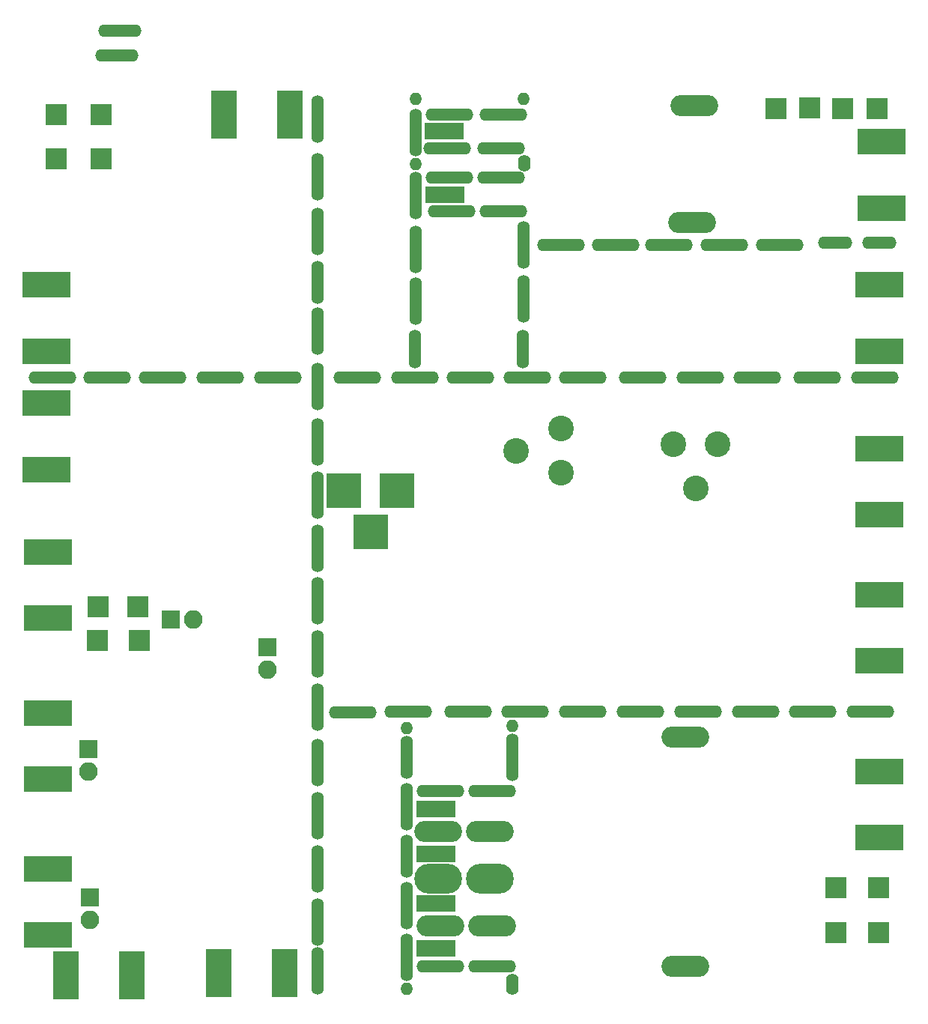
<source format=gbr>
G04 #@! TF.FileFunction,Soldermask,Bot*
%FSLAX46Y46*%
G04 Gerber Fmt 4.6, Leading zero omitted, Abs format (unit mm)*
G04 Created by KiCad (PCBNEW 4.0.7) date 05/11/20 23:09:24*
%MOMM*%
%LPD*%
G01*
G04 APERTURE LIST*
%ADD10C,0.100000*%
%ADD11R,4.400000X1.900000*%
%ADD12R,2.400000X2.400000*%
%ADD13O,5.400000X1.400000*%
%ADD14R,5.480000X2.900000*%
%ADD15R,3.900000X3.900000*%
%ADD16C,2.900000*%
%ADD17O,1.400000X4.900000*%
%ADD18O,1.400000X5.400000*%
%ADD19O,1.400000X1.400000*%
%ADD20O,5.400000X2.400000*%
%ADD21O,5.400000X3.400000*%
%ADD22O,1.400000X4.400000*%
%ADD23O,1.400000X2.400000*%
%ADD24O,1.400000X1.900000*%
%ADD25O,3.900000X1.400000*%
%ADD26R,2.900000X5.480000*%
%ADD27R,2.100000X2.100000*%
%ADD28O,2.100000X2.100000*%
%ADD29O,4.900000X1.400000*%
G04 APERTURE END LIST*
D10*
D11*
X104900000Y-42050000D03*
D12*
X153775000Y-32325000D03*
X142325000Y-32300000D03*
X146175000Y-32275000D03*
X149825000Y-32325000D03*
D11*
X104825000Y-34875000D03*
D13*
X153000000Y-100500000D03*
X133500000Y-100500000D03*
X140000000Y-100500000D03*
X146500000Y-100500000D03*
D14*
X154275000Y-43600000D03*
X154275000Y-36100000D03*
X154000000Y-59750000D03*
X154000000Y-52250000D03*
D15*
X99500000Y-75500000D03*
X93500000Y-75500000D03*
X96500000Y-80200000D03*
D14*
X154000000Y-94750000D03*
X154000000Y-87250000D03*
X154000000Y-78250000D03*
X154000000Y-70750000D03*
D16*
X112960000Y-71000000D03*
X118000000Y-68500000D03*
X118000000Y-73500000D03*
X133260000Y-75270000D03*
X130760000Y-70230000D03*
X135760000Y-70230000D03*
D11*
X103886000Y-122174000D03*
X103886000Y-111506000D03*
D12*
X149098000Y-125476000D03*
D11*
X103886000Y-127254000D03*
D12*
X149098000Y-120396000D03*
X153924000Y-120396000D03*
X153924000Y-125476000D03*
D11*
X103886000Y-116586000D03*
D14*
X154000000Y-114750000D03*
X154000000Y-107250000D03*
D13*
X127000000Y-100500000D03*
X120500000Y-100500000D03*
X114000000Y-100500000D03*
X107500000Y-100500000D03*
X100750000Y-100500000D03*
X94488000Y-100584000D03*
X153500000Y-62750000D03*
X147000000Y-62750000D03*
X140250000Y-62750000D03*
X133750000Y-62750000D03*
X127250000Y-62750000D03*
X120500000Y-62750000D03*
X114250000Y-62750000D03*
X107750000Y-62750000D03*
X101500000Y-62750000D03*
X95000000Y-62750000D03*
D17*
X100584000Y-116840000D03*
D18*
X100584000Y-111252000D03*
X100584000Y-122428000D03*
X100584000Y-128270000D03*
D19*
X100584000Y-131826000D03*
D13*
X104394000Y-109474000D03*
X110236000Y-109474000D03*
D18*
X112522000Y-105664000D03*
D19*
X112522000Y-102108000D03*
D20*
X104140000Y-114046000D03*
X109982000Y-114046000D03*
D17*
X100584000Y-105664000D03*
D19*
X100584000Y-102362000D03*
D20*
X104394000Y-124714000D03*
D21*
X104140000Y-119380000D03*
D13*
X104394000Y-129286000D03*
D18*
X101600000Y-35052000D03*
X101600000Y-42164000D03*
D19*
X101600000Y-38608000D03*
D18*
X101600000Y-48260000D03*
D20*
X110236000Y-124714000D03*
D18*
X101600000Y-54102000D03*
D21*
X109982000Y-119380000D03*
D22*
X101500000Y-59500000D03*
D13*
X110236000Y-129286000D03*
D23*
X112522000Y-131318000D03*
D13*
X105410000Y-40132000D03*
X111252000Y-40132000D03*
X105664000Y-43942000D03*
X111506000Y-43942000D03*
D18*
X113792000Y-47752000D03*
X113792000Y-53848000D03*
D22*
X113750000Y-59500000D03*
D13*
X105410000Y-33020000D03*
X111506000Y-33020000D03*
X111252000Y-36830000D03*
D19*
X113792000Y-31242000D03*
D13*
X105156000Y-36830000D03*
D19*
X101600000Y-31242000D03*
D24*
X113875000Y-38475000D03*
D25*
X154000000Y-47500000D03*
X149000000Y-47500000D03*
D13*
X142750000Y-47750000D03*
X136500000Y-47750000D03*
X130250000Y-47750000D03*
X124250000Y-47750000D03*
X118000000Y-47750000D03*
D20*
X132842000Y-45212000D03*
X133096000Y-32004000D03*
X132080000Y-129286000D03*
X132080000Y-103378000D03*
D14*
X60000000Y-100650000D03*
X60000000Y-108150000D03*
D26*
X79308000Y-130048000D03*
X86808000Y-130048000D03*
D14*
X60000000Y-118250000D03*
X60000000Y-125750000D03*
X59900000Y-65650000D03*
X59900000Y-73150000D03*
X60000000Y-82450000D03*
X60000000Y-89950000D03*
D26*
X62036000Y-130302000D03*
X69536000Y-130302000D03*
D12*
X65625000Y-92425000D03*
X70375000Y-92425000D03*
X70175000Y-88675000D03*
X65725000Y-88650000D03*
D27*
X64600000Y-104700000D03*
D28*
X64600000Y-107240000D03*
D27*
X64750000Y-121500000D03*
D28*
X64750000Y-124040000D03*
D27*
X84875000Y-93200000D03*
D28*
X84875000Y-95740000D03*
D27*
X73875000Y-90100000D03*
D28*
X76415000Y-90100000D03*
D18*
X90500000Y-112250000D03*
X90500000Y-118250000D03*
X90500000Y-124250000D03*
X90500000Y-129750000D03*
X90500000Y-76000000D03*
X90500000Y-70000000D03*
X90500000Y-100000000D03*
X90500000Y-106250000D03*
X90500000Y-82000000D03*
X90500000Y-88000000D03*
X90500000Y-94000000D03*
D29*
X67800000Y-26300000D03*
D18*
X90500000Y-63750000D03*
X90500000Y-57500000D03*
D17*
X90500000Y-52000000D03*
D13*
X86000000Y-62750000D03*
X79500000Y-62750000D03*
X73000000Y-62750000D03*
X66750000Y-62750000D03*
X60500000Y-62750000D03*
D18*
X90500000Y-46250000D03*
X90500000Y-40000000D03*
X90500000Y-33500000D03*
D29*
X68200000Y-23500000D03*
D14*
X59850000Y-52250000D03*
X59850000Y-59750000D03*
D26*
X87400000Y-32975000D03*
X79900000Y-32975000D03*
D12*
X66000000Y-38000000D03*
X61000000Y-33000000D03*
X61000000Y-38000000D03*
X66000000Y-33000000D03*
M02*

</source>
